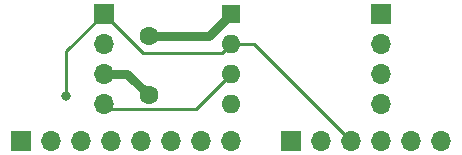
<source format=gbr>
%TF.GenerationSoftware,KiCad,Pcbnew,(5.1.9)-1*%
%TF.CreationDate,2021-03-25T16:00:54-07:00*%
%TF.ProjectId,SP_CARRIER_A,53505f43-4152-4524-9945-525f412e6b69,rev?*%
%TF.SameCoordinates,Original*%
%TF.FileFunction,Copper,L2,Bot*%
%TF.FilePolarity,Positive*%
%FSLAX46Y46*%
G04 Gerber Fmt 4.6, Leading zero omitted, Abs format (unit mm)*
G04 Created by KiCad (PCBNEW (5.1.9)-1) date 2021-03-25 16:00:54*
%MOMM*%
%LPD*%
G01*
G04 APERTURE LIST*
%TA.AperFunction,ComponentPad*%
%ADD10O,1.600000X1.600000*%
%TD*%
%TA.AperFunction,ComponentPad*%
%ADD11R,1.600000X1.600000*%
%TD*%
%TA.AperFunction,ComponentPad*%
%ADD12O,1.700000X1.700000*%
%TD*%
%TA.AperFunction,ComponentPad*%
%ADD13R,1.700000X1.700000*%
%TD*%
%TA.AperFunction,ComponentPad*%
%ADD14C,1.600000*%
%TD*%
%TA.AperFunction,ViaPad*%
%ADD15C,0.800000*%
%TD*%
%TA.AperFunction,Conductor*%
%ADD16C,0.762000*%
%TD*%
%TA.AperFunction,Conductor*%
%ADD17C,0.254000*%
%TD*%
G04 APERTURE END LIST*
D10*
%TO.P,RN4,4*%
%TO.N,Net-(C1-Pad2)*%
X114935000Y-66675000D03*
%TO.P,RN4,3*%
%TO.N,Net-(J1-Pad4)*%
X114935000Y-64135000D03*
%TO.P,RN4,2*%
%TO.N,Net-(J1-Pad1)*%
X114935000Y-61595000D03*
D11*
%TO.P,RN4,1*%
%TO.N,Net-(C1-Pad1)*%
X114935000Y-59055000D03*
%TD*%
D12*
%TO.P,J4,8*%
%TO.N,N/C*%
X114935000Y-69850000D03*
%TO.P,J4,7*%
%TO.N,Net-(C1-Pad2)*%
X112395000Y-69850000D03*
%TO.P,J4,6*%
X109855000Y-69850000D03*
%TO.P,J4,5*%
%TO.N,Net-(C1-Pad1)*%
X107315000Y-69850000D03*
%TO.P,J4,4*%
%TO.N,N/C*%
X104775000Y-69850000D03*
%TO.P,J4,3*%
X102235000Y-69850000D03*
%TO.P,J4,2*%
X99695000Y-69850000D03*
D13*
%TO.P,J4,1*%
X97155000Y-69850000D03*
%TD*%
D12*
%TO.P,J3,6*%
%TO.N,N/C*%
X132715000Y-69850000D03*
%TO.P,J3,5*%
X130175000Y-69850000D03*
%TO.P,J3,4*%
%TO.N,Net-(J1-Pad4)*%
X127635000Y-69850000D03*
%TO.P,J3,3*%
%TO.N,Net-(J1-Pad1)*%
X125095000Y-69850000D03*
%TO.P,J3,2*%
%TO.N,N/C*%
X122555000Y-69850000D03*
D13*
%TO.P,J3,1*%
X120015000Y-69850000D03*
%TD*%
D12*
%TO.P,J2,4*%
%TO.N,N/C*%
X127635000Y-66675000D03*
%TO.P,J2,3*%
X127635000Y-64135000D03*
%TO.P,J2,2*%
X127635000Y-61595000D03*
D13*
%TO.P,J2,1*%
X127635000Y-59055000D03*
%TD*%
D12*
%TO.P,J1,4*%
%TO.N,Net-(J1-Pad4)*%
X104140000Y-66675000D03*
%TO.P,J1,3*%
%TO.N,Net-(C1-Pad2)*%
X104140000Y-64135000D03*
%TO.P,J1,2*%
%TO.N,Net-(C1-Pad1)*%
X104140000Y-61595000D03*
D13*
%TO.P,J1,1*%
%TO.N,Net-(J1-Pad1)*%
X104140000Y-59055000D03*
%TD*%
D14*
%TO.P,C1,2*%
%TO.N,Net-(C1-Pad2)*%
X107950000Y-65960000D03*
%TO.P,C1,1*%
%TO.N,Net-(C1-Pad1)*%
X107950000Y-60960000D03*
%TD*%
D15*
%TO.N,Net-(J1-Pad1)*%
X100965000Y-66040000D03*
X104140000Y-59055000D03*
%TD*%
D16*
%TO.N,Net-(C1-Pad2)*%
X106125000Y-64135000D02*
X107950000Y-65960000D01*
X104140000Y-64135000D02*
X106125000Y-64135000D01*
%TO.N,Net-(C1-Pad1)*%
X113030000Y-60960000D02*
X114935000Y-59055000D01*
X107950000Y-60960000D02*
X113030000Y-60960000D01*
D17*
%TO.N,Net-(J1-Pad4)*%
X111982999Y-67087001D02*
X114935000Y-64135000D01*
X104552001Y-67087001D02*
X111982999Y-67087001D01*
X104140000Y-66675000D02*
X104552001Y-67087001D01*
%TO.N,Net-(J1-Pad1)*%
X116840000Y-61595000D02*
X114935000Y-61595000D01*
X125095000Y-69850000D02*
X116840000Y-61595000D01*
X107479999Y-62394999D02*
X104140000Y-59055000D01*
X114135001Y-62394999D02*
X107479999Y-62394999D01*
X114935000Y-61595000D02*
X114135001Y-62394999D01*
X104140000Y-59055000D02*
X104140000Y-59055000D01*
X100965000Y-62230000D02*
X104140000Y-59055000D01*
X100965000Y-66040000D02*
X100965000Y-62230000D01*
%TD*%
M02*

</source>
